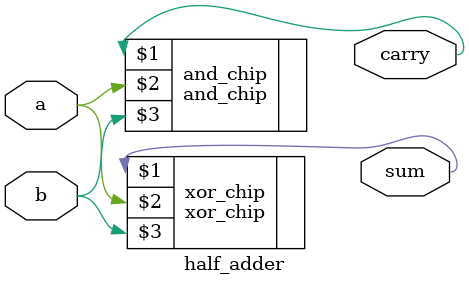
<source format=v>
module half_adder(sum, carry, a, b);
	input a, b;
	output sum, carry;

	and_chip and_chip(carry, a, b);
	xor_chip xor_chip(sum, a, b);	
	
endmodule

</source>
